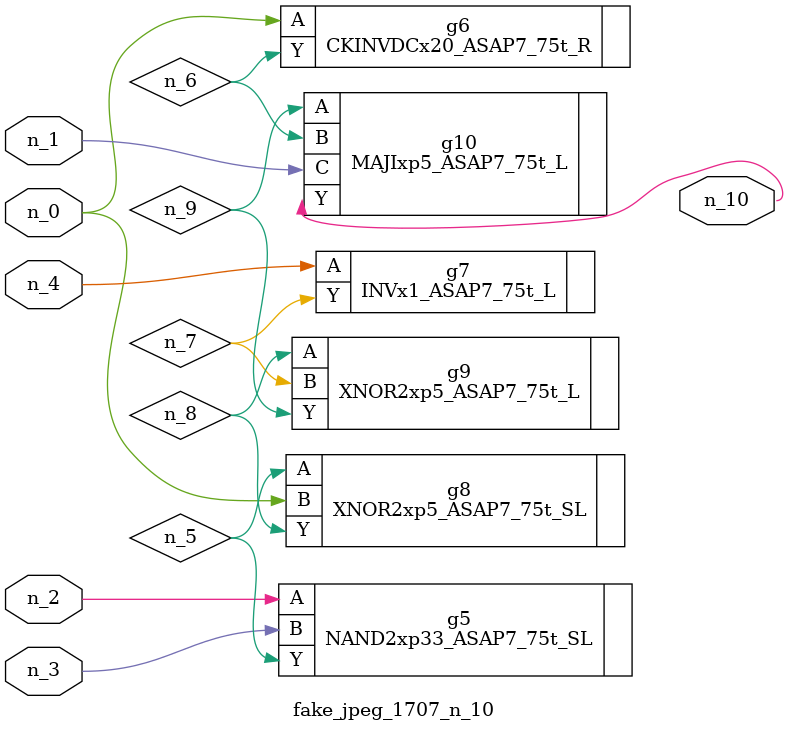
<source format=v>
module fake_jpeg_1707_n_10 (n_3, n_2, n_1, n_0, n_4, n_10);

input n_3;
input n_2;
input n_1;
input n_0;
input n_4;

output n_10;

wire n_8;
wire n_9;
wire n_6;
wire n_5;
wire n_7;

NAND2xp33_ASAP7_75t_SL g5 ( 
.A(n_2),
.B(n_3),
.Y(n_5)
);

CKINVDCx20_ASAP7_75t_R g6 ( 
.A(n_0),
.Y(n_6)
);

INVx1_ASAP7_75t_L g7 ( 
.A(n_4),
.Y(n_7)
);

XNOR2xp5_ASAP7_75t_SL g8 ( 
.A(n_5),
.B(n_0),
.Y(n_8)
);

XNOR2xp5_ASAP7_75t_L g9 ( 
.A(n_8),
.B(n_7),
.Y(n_9)
);

MAJIxp5_ASAP7_75t_L g10 ( 
.A(n_9),
.B(n_6),
.C(n_1),
.Y(n_10)
);


endmodule
</source>
